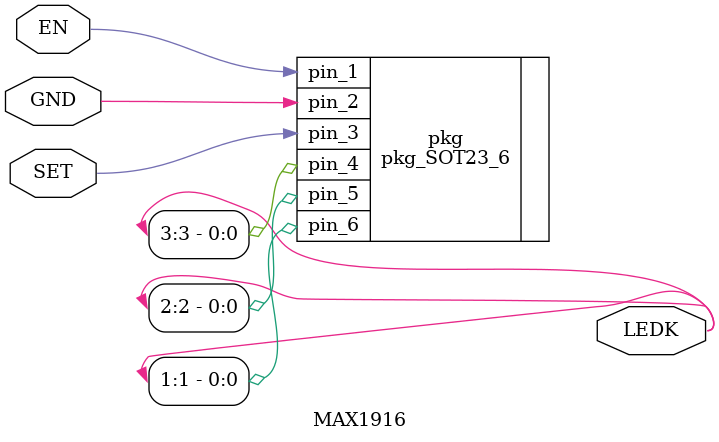
<source format=v>
module MAX1916 (GND, EN, SET, LEDK);

input GND, EN, SET;
output [1:3] LEDK;

/* instantiate the package; the mapping of signals to pins is defined here */

pkg_SOT23_6 pkg (.pin_1(EN),
		 .pin_2(GND),
		 .pin_3(SET),
		 .pin_4(LEDK[3]),
		 .pin_5(LEDK[2]),
		 .pin_6(LEDK[1])
	);

endmodule

</source>
